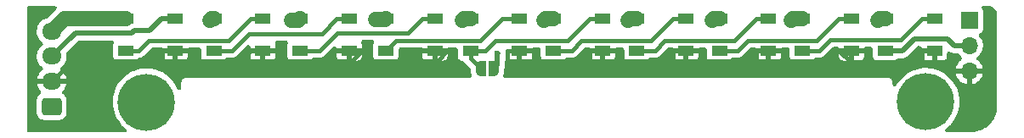
<source format=gbr>
%TF.GenerationSoftware,KiCad,Pcbnew,(6.0.6)*%
%TF.CreationDate,2023-03-10T08:43:37+05:30*%
%TF.ProjectId,ws2812-light,77733238-3132-42d6-9c69-6768742e6b69,rev?*%
%TF.SameCoordinates,Original*%
%TF.FileFunction,Copper,L1,Top*%
%TF.FilePolarity,Positive*%
%FSLAX46Y46*%
G04 Gerber Fmt 4.6, Leading zero omitted, Abs format (unit mm)*
G04 Created by KiCad (PCBNEW (6.0.6)) date 2023-03-10 08:43:37*
%MOMM*%
%LPD*%
G01*
G04 APERTURE LIST*
G04 Aperture macros list*
%AMRoundRect*
0 Rectangle with rounded corners*
0 $1 Rounding radius*
0 $2 $3 $4 $5 $6 $7 $8 $9 X,Y pos of 4 corners*
0 Add a 4 corners polygon primitive as box body*
4,1,4,$2,$3,$4,$5,$6,$7,$8,$9,$2,$3,0*
0 Add four circle primitives for the rounded corners*
1,1,$1+$1,$2,$3*
1,1,$1+$1,$4,$5*
1,1,$1+$1,$6,$7*
1,1,$1+$1,$8,$9*
0 Add four rect primitives between the rounded corners*
20,1,$1+$1,$2,$3,$4,$5,0*
20,1,$1+$1,$4,$5,$6,$7,0*
20,1,$1+$1,$6,$7,$8,$9,0*
20,1,$1+$1,$8,$9,$2,$3,0*%
%AMFreePoly0*
4,1,22,0.500000,-0.750000,0.000000,-0.750000,0.000000,-0.745033,-0.079941,-0.743568,-0.215256,-0.701293,-0.333266,-0.622738,-0.424486,-0.514219,-0.481581,-0.384460,-0.499164,-0.250000,-0.500000,-0.250000,-0.500000,0.250000,-0.499164,0.250000,-0.499963,0.256109,-0.478152,0.396186,-0.417904,0.524511,-0.324060,0.630769,-0.204165,0.706417,-0.067858,0.745374,0.000000,0.744959,0.000000,0.750000,
0.500000,0.750000,0.500000,-0.750000,0.500000,-0.750000,$1*%
%AMFreePoly1*
4,1,20,0.000000,0.744959,0.073905,0.744508,0.209726,0.703889,0.328688,0.626782,0.421226,0.519385,0.479903,0.390333,0.500000,0.250000,0.500000,-0.250000,0.499851,-0.262216,0.476331,-0.402017,0.414519,-0.529596,0.319384,-0.634700,0.198574,-0.708877,0.061801,-0.746166,0.000000,-0.745033,0.000000,-0.750000,-0.500000,-0.750000,-0.500000,0.750000,0.000000,0.750000,0.000000,0.744959,
0.000000,0.744959,$1*%
G04 Aperture macros list end*
%TA.AperFunction,SMDPad,CuDef*%
%ADD10FreePoly0,0.000000*%
%TD*%
%TA.AperFunction,SMDPad,CuDef*%
%ADD11FreePoly1,0.000000*%
%TD*%
%TA.AperFunction,SMDPad,CuDef*%
%ADD12R,1.500000X1.000000*%
%TD*%
%TA.AperFunction,ComponentPad*%
%ADD13C,5.700000*%
%TD*%
%TA.AperFunction,ComponentPad*%
%ADD14R,1.700000X1.700000*%
%TD*%
%TA.AperFunction,ComponentPad*%
%ADD15O,1.700000X1.700000*%
%TD*%
%TA.AperFunction,ComponentPad*%
%ADD16RoundRect,0.250000X0.725000X-0.600000X0.725000X0.600000X-0.725000X0.600000X-0.725000X-0.600000X0*%
%TD*%
%TA.AperFunction,ComponentPad*%
%ADD17O,1.950000X1.700000*%
%TD*%
%TA.AperFunction,ViaPad*%
%ADD18C,0.600000*%
%TD*%
%TA.AperFunction,ViaPad*%
%ADD19C,1.500000*%
%TD*%
%TA.AperFunction,ViaPad*%
%ADD20C,1.300000*%
%TD*%
%TA.AperFunction,ViaPad*%
%ADD21C,1.400000*%
%TD*%
%TA.AperFunction,Conductor*%
%ADD22C,0.400000*%
%TD*%
%TA.AperFunction,Conductor*%
%ADD23C,0.500000*%
%TD*%
%TA.AperFunction,Conductor*%
%ADD24C,1.500000*%
%TD*%
G04 APERTURE END LIST*
D10*
%TO.P,JP1,1,A*%
%TO.N,Net-(D5-Pad2)*%
X120508000Y-116332000D03*
D11*
%TO.P,JP1,2,B*%
%TO.N,DOUT*%
X121808000Y-116332000D03*
%TD*%
D12*
%TO.P,D5,4,DIN*%
%TO.N,Net-(D4-Pad2)*%
X124375000Y-111325000D03*
%TO.P,D5,3,VSS*%
%TO.N,GND*%
X124375000Y-114525000D03*
%TO.P,D5,2,DOUT*%
%TO.N,Net-(D5-Pad2)*%
X119475000Y-114525000D03*
%TO.P,D5,1,VDD*%
%TO.N,+5V*%
X119475000Y-111325000D03*
%TD*%
D13*
%TO.P,H2,1,1*%
%TO.N,unconnected-(H2-Pad1)*%
X164846000Y-119634000D03*
%TD*%
D12*
%TO.P,D3,1,VDD*%
%TO.N,+5V*%
X102500000Y-111325000D03*
%TO.P,D3,2,DOUT*%
%TO.N,Net-(D3-Pad2)*%
X102500000Y-114525000D03*
%TO.P,D3,3,VSS*%
%TO.N,GND*%
X107400000Y-114525000D03*
%TO.P,D3,4,DIN*%
%TO.N,Net-(D2-Pad2)*%
X107400000Y-111325000D03*
%TD*%
%TO.P,D6,1,VDD*%
%TO.N,+5V*%
X127750000Y-111325000D03*
%TO.P,D6,2,DOUT*%
%TO.N,Net-(D6-Pad2)*%
X127750000Y-114525000D03*
%TO.P,D6,3,VSS*%
%TO.N,GND*%
X132650000Y-114525000D03*
%TO.P,D6,4,DIN*%
%TO.N,Net-(D5-Pad2)*%
X132650000Y-111325000D03*
%TD*%
D14*
%TO.P,J2,1,Pin_1*%
%TO.N,+5V*%
X169175000Y-111475000D03*
D15*
%TO.P,J2,2,Pin_2*%
%TO.N,DOUT*%
X169175000Y-114015000D03*
%TO.P,J2,3,Pin_3*%
%TO.N,GND*%
X169175000Y-116555000D03*
%TD*%
D12*
%TO.P,D10,1,VDD*%
%TO.N,+5V*%
X160800000Y-111325000D03*
%TO.P,D10,2,DOUT*%
%TO.N,DOUT*%
X160800000Y-114525000D03*
%TO.P,D10,3,VSS*%
%TO.N,GND*%
X165700000Y-114525000D03*
%TO.P,D10,4,DIN*%
%TO.N,Net-(D10-Pad4)*%
X165700000Y-111325000D03*
%TD*%
D13*
%TO.P,H1,1,1*%
%TO.N,unconnected-(H1-Pad1)*%
X87200000Y-119675000D03*
%TD*%
D16*
%TO.P,J1,1,Pin_1*%
%TO.N,DOUT*%
X77750000Y-120100000D03*
D17*
%TO.P,J1,2,Pin_2*%
%TO.N,GND*%
X77750000Y-117600000D03*
%TO.P,J1,3,Pin_3*%
%TO.N,DIN*%
X77750000Y-115100000D03*
%TO.P,J1,4,Pin_4*%
%TO.N,+5V*%
X77750000Y-112600000D03*
%TD*%
D12*
%TO.P,D2,1,VDD*%
%TO.N,+5V*%
X93900000Y-111325000D03*
%TO.P,D2,2,DOUT*%
%TO.N,Net-(D2-Pad2)*%
X93900000Y-114525000D03*
%TO.P,D2,3,VSS*%
%TO.N,GND*%
X98800000Y-114525000D03*
%TO.P,D2,4,DIN*%
%TO.N,Net-(D1-Pad2)*%
X98800000Y-111325000D03*
%TD*%
%TO.P,D1,1,VDD*%
%TO.N,+5V*%
X85150000Y-111350000D03*
%TO.P,D1,2,DOUT*%
%TO.N,Net-(D1-Pad2)*%
X85150000Y-114550000D03*
%TO.P,D1,3,VSS*%
%TO.N,GND*%
X90050000Y-114550000D03*
%TO.P,D1,4,DIN*%
%TO.N,DIN*%
X90050000Y-111350000D03*
%TD*%
%TO.P,D4,1,VDD*%
%TO.N,+5V*%
X111025000Y-111325000D03*
%TO.P,D4,2,DOUT*%
%TO.N,Net-(D4-Pad2)*%
X111025000Y-114525000D03*
%TO.P,D4,3,VSS*%
%TO.N,GND*%
X115925000Y-114525000D03*
%TO.P,D4,4,DIN*%
%TO.N,Net-(D3-Pad2)*%
X115925000Y-111325000D03*
%TD*%
%TO.P,D7,1,VDD*%
%TO.N,+5V*%
X136050000Y-111325000D03*
%TO.P,D7,2,DOUT*%
%TO.N,Net-(D7-Pad2)*%
X136050000Y-114525000D03*
%TO.P,D7,3,VSS*%
%TO.N,GND*%
X140950000Y-114525000D03*
%TO.P,D7,4,DIN*%
%TO.N,Net-(D6-Pad2)*%
X140950000Y-111325000D03*
%TD*%
%TO.P,D8,1,VDD*%
%TO.N,+5V*%
X144275000Y-111325000D03*
%TO.P,D8,2,DOUT*%
%TO.N,Net-(D8-Pad2)*%
X144275000Y-114525000D03*
%TO.P,D8,3,VSS*%
%TO.N,GND*%
X149175000Y-114525000D03*
%TO.P,D8,4,DIN*%
%TO.N,Net-(D7-Pad2)*%
X149175000Y-111325000D03*
%TD*%
%TO.P,D9,1,VDD*%
%TO.N,+5V*%
X152525000Y-111325000D03*
%TO.P,D9,2,DOUT*%
%TO.N,Net-(D10-Pad4)*%
X152525000Y-114525000D03*
%TO.P,D9,3,VSS*%
%TO.N,GND*%
X157425000Y-114525000D03*
%TO.P,D9,4,DIN*%
%TO.N,Net-(D8-Pad2)*%
X157425000Y-111325000D03*
%TD*%
D18*
%TO.N,GND*%
X123444000Y-116332000D03*
X117856000Y-116078000D03*
%TO.N,DOUT*%
X122174000Y-114808000D03*
D19*
%TO.N,+5V*%
X126777000Y-111475000D03*
X143541000Y-111475000D03*
D20*
X110000000Y-111400000D03*
D19*
X93503000Y-111475000D03*
X160051000Y-111475000D03*
D21*
X101631000Y-111475000D03*
D19*
X135159000Y-111475000D03*
X118649000Y-111475000D03*
X151415000Y-111475000D03*
%TD*%
D22*
%TO.N,Net-(D4-Pad2)*%
X122609000Y-111325000D02*
X124375000Y-111325000D01*
X120409300Y-113524700D02*
X122609000Y-111325000D01*
X112025300Y-113524700D02*
X120409300Y-113524700D01*
X111025000Y-114525000D02*
X112025300Y-113524700D01*
%TO.N,Net-(D5-Pad2)*%
X129200100Y-113524600D02*
X131399700Y-111325000D01*
X131399700Y-111325000D02*
X132650000Y-111325000D01*
X121933400Y-113524600D02*
X129200100Y-113524600D01*
X119475000Y-114525000D02*
X120933000Y-114525000D01*
X120933000Y-114525000D02*
X121933400Y-113524600D01*
%TO.N,GND*%
X123124700Y-116012700D02*
X123444000Y-116332000D01*
X123124700Y-115525300D02*
X123124700Y-116012700D01*
X117856000Y-116078000D02*
X117856000Y-115205700D01*
X117856000Y-115205700D02*
X117175300Y-114525000D01*
D23*
%TO.N,DOUT*%
X122174000Y-115966000D02*
X122174000Y-114825082D01*
X122174000Y-114825082D02*
X122182541Y-114816541D01*
X121808000Y-116332000D02*
X122174000Y-115966000D01*
D22*
%TO.N,Net-(D5-Pad2)*%
X119475000Y-115299000D02*
X120508000Y-116332000D01*
X119475000Y-114525000D02*
X119475000Y-115299000D01*
D24*
%TO.N,+5V*%
X110937700Y-111412300D02*
X110013000Y-111412300D01*
X144275000Y-111325000D02*
X143691000Y-111325000D01*
X152525000Y-111325000D02*
X151565000Y-111325000D01*
X126927000Y-111325000D02*
X126777000Y-111475000D01*
X136050000Y-111325000D02*
X135309000Y-111325000D01*
X119475000Y-111325000D02*
X118799000Y-111325000D01*
X102350700Y-111474300D02*
X101631000Y-111474300D01*
X135309000Y-111325000D02*
X135159000Y-111475000D01*
X77750000Y-112600000D02*
X79000000Y-111350000D01*
X151565000Y-111325000D02*
X151415000Y-111475000D01*
X160800000Y-111325000D02*
X160201000Y-111325000D01*
X102500000Y-111325000D02*
X102350700Y-111474300D01*
X143691000Y-111325000D02*
X143541000Y-111475000D01*
X127750000Y-111325000D02*
X126927000Y-111325000D01*
X118799000Y-111325000D02*
X118649000Y-111475000D01*
X160201000Y-111325000D02*
X160051000Y-111475000D01*
X93900000Y-111325000D02*
X93653000Y-111325000D01*
X79000000Y-111350000D02*
X85150000Y-111350000D01*
X111025000Y-111325000D02*
X110937700Y-111412300D01*
X93653000Y-111325000D02*
X93503000Y-111475000D01*
D22*
%TO.N,Net-(D1-Pad2)*%
X87425700Y-113524600D02*
X86400300Y-114550000D01*
X97549700Y-111325000D02*
X95350100Y-113524600D01*
X85150000Y-114550000D02*
X86400300Y-114550000D01*
X95350100Y-113524600D02*
X87425700Y-113524600D01*
X98800000Y-111325000D02*
X97549700Y-111325000D01*
%TO.N,GND*%
X140950000Y-114525000D02*
X139699700Y-114525000D01*
X88774800Y-115550300D02*
X79799700Y-115550300D01*
X157331100Y-115681400D02*
X164449700Y-115681400D01*
X139699700Y-115525300D02*
X139699700Y-114525000D01*
X123124700Y-115525300D02*
X123124700Y-114525000D01*
X155174400Y-115525300D02*
X156174700Y-114525000D01*
X98800000Y-114525000D02*
X97549700Y-114525000D01*
X156174700Y-114525000D02*
X157331100Y-115681400D01*
X88799700Y-115525400D02*
X88774800Y-115550300D01*
X147924700Y-115525300D02*
X147924700Y-114525000D01*
X79799700Y-115550300D02*
X77750000Y-117600000D01*
X109650600Y-115525300D02*
X116175000Y-115525300D01*
X115925000Y-114525000D02*
X117175300Y-114525000D01*
X107649900Y-115525400D02*
X108650300Y-114525000D01*
X97549700Y-114525000D02*
X96549300Y-115525400D01*
X96549300Y-115525400D02*
X107649900Y-115525400D01*
X147924700Y-115525300D02*
X155174400Y-115525300D01*
X164449700Y-114525000D02*
X164449700Y-115681400D01*
X165700000Y-114525000D02*
X164449700Y-114525000D01*
X124375000Y-114525000D02*
X123124700Y-114525000D01*
X108650300Y-114525000D02*
X109650600Y-115525300D01*
X164449700Y-115681400D02*
X166951100Y-115681400D01*
X123124700Y-115525300D02*
X131399700Y-115525300D01*
X88799700Y-115525400D02*
X96549300Y-115525400D01*
X90050000Y-114550000D02*
X88799700Y-114550000D01*
X139699700Y-115525300D02*
X147924700Y-115525300D01*
X132650000Y-114525000D02*
X131399700Y-114525000D01*
X166951100Y-115681400D02*
X167824700Y-116555000D01*
X149175000Y-114525000D02*
X147924700Y-114525000D01*
X131399700Y-115525300D02*
X139699700Y-115525300D01*
X88799700Y-114550000D02*
X88799700Y-115525400D01*
X116175000Y-115525300D02*
X117175300Y-114525000D01*
X131399700Y-115525300D02*
X131399700Y-114525000D01*
X107400000Y-114525000D02*
X108650300Y-114525000D01*
X157425000Y-114525000D02*
X156174700Y-114525000D01*
X169175000Y-116555000D02*
X167824700Y-116555000D01*
D23*
%TO.N,DIN*%
X90050000Y-111350000D02*
X88649700Y-111350000D01*
X77750000Y-115100000D02*
X80099700Y-112750300D01*
X85730100Y-112750300D02*
X85980100Y-112500300D01*
X87499400Y-112500300D02*
X88649700Y-111350000D01*
X85980100Y-112500300D02*
X87499400Y-112500300D01*
X80099700Y-112750300D02*
X85730100Y-112750300D01*
D22*
%TO.N,Net-(D2-Pad2)*%
X97397700Y-112824300D02*
X95697000Y-114525000D01*
X106149700Y-111325000D02*
X104650400Y-112824300D01*
X95697000Y-114525000D02*
X93900000Y-114525000D01*
X104650400Y-112824300D02*
X97397700Y-112824300D01*
X107400000Y-111325000D02*
X106149700Y-111325000D01*
%TO.N,Net-(D3-Pad2)*%
X102500000Y-114525000D02*
X104439400Y-114525000D01*
X115925000Y-111325000D02*
X114674700Y-111325000D01*
X104439400Y-114525000D02*
X106202100Y-112762300D01*
X106202100Y-112762300D02*
X113237400Y-112762300D01*
X113237400Y-112762300D02*
X114674700Y-111325000D01*
%TO.N,Net-(D6-Pad2)*%
X130547400Y-113524600D02*
X137500100Y-113524600D01*
X127750000Y-114525000D02*
X129547000Y-114525000D01*
X137500100Y-113524600D02*
X139699700Y-111325000D01*
X129547000Y-114525000D02*
X130547400Y-113524600D01*
X140950000Y-111325000D02*
X139699700Y-111325000D01*
%TO.N,Net-(D7-Pad2)*%
X138847400Y-113524600D02*
X145725100Y-113524600D01*
X137847000Y-114525000D02*
X138847400Y-113524600D01*
X145725100Y-113524600D02*
X147924700Y-111325000D01*
X136050000Y-114525000D02*
X137847000Y-114525000D01*
X149175000Y-111325000D02*
X147924700Y-111325000D01*
%TO.N,Net-(D8-Pad2)*%
X153975100Y-113524600D02*
X156174700Y-111325000D01*
X157425000Y-111325000D02*
X156174700Y-111325000D01*
X147072400Y-113524600D02*
X153975100Y-113524600D01*
X144275000Y-114525000D02*
X146072000Y-114525000D01*
X146072000Y-114525000D02*
X147072400Y-113524600D01*
%TO.N,Net-(D10-Pad4)*%
X154222000Y-114525000D02*
X152525000Y-114525000D01*
X162350100Y-113424600D02*
X155322400Y-113424600D01*
X155322400Y-113424600D02*
X154222000Y-114525000D01*
X164449700Y-111325000D02*
X162350100Y-113424600D01*
X165700000Y-111325000D02*
X164449700Y-111325000D01*
D23*
%TO.N,DOUT*%
X166985500Y-113325800D02*
X167674700Y-114015000D01*
X160800000Y-114525000D02*
X162482300Y-114525000D01*
X169175000Y-114015000D02*
X167674700Y-114015000D01*
X162482300Y-114525000D02*
X163681500Y-113325800D01*
X163681500Y-113325800D02*
X166985500Y-113325800D01*
%TD*%
%TA.AperFunction,Conductor*%
%TO.N,GND*%
G36*
X78143831Y-110053207D02*
G01*
X78213072Y-110108426D01*
X78251499Y-110188218D01*
X78251499Y-110276782D01*
X78213072Y-110356574D01*
X78187516Y-110383145D01*
X78181551Y-110388294D01*
X78174346Y-110393471D01*
X78168175Y-110399839D01*
X78100345Y-110469834D01*
X78098152Y-110472061D01*
X77323986Y-111246227D01*
X77248998Y-111293346D01*
X77233268Y-111298130D01*
X77172128Y-111313999D01*
X77164447Y-111317459D01*
X76995757Y-111393448D01*
X76961925Y-111408688D01*
X76954932Y-111413396D01*
X76777673Y-111532733D01*
X76777668Y-111532737D01*
X76770681Y-111537441D01*
X76603865Y-111696576D01*
X76598831Y-111703342D01*
X76472502Y-111873134D01*
X76466246Y-111881542D01*
X76462425Y-111889058D01*
X76462424Y-111889059D01*
X76426195Y-111960316D01*
X76361760Y-112087051D01*
X76339348Y-112159228D01*
X76298087Y-112292111D01*
X76293393Y-112307227D01*
X76263102Y-112535774D01*
X76263418Y-112544192D01*
X76263418Y-112544193D01*
X76264335Y-112568617D01*
X76271751Y-112766158D01*
X76319093Y-112991791D01*
X76403776Y-113206221D01*
X76408148Y-113213425D01*
X76408150Y-113213430D01*
X76492780Y-113352895D01*
X76523377Y-113403317D01*
X76528908Y-113409691D01*
X76666462Y-113568208D01*
X76674477Y-113577445D01*
X76693343Y-113592914D01*
X76819088Y-113696019D01*
X76873361Y-113766005D01*
X76891893Y-113852607D01*
X76871014Y-113938674D01*
X76814860Y-114007159D01*
X76804044Y-114014980D01*
X76777675Y-114032732D01*
X76777672Y-114032734D01*
X76770681Y-114037441D01*
X76603865Y-114196576D01*
X76598831Y-114203342D01*
X76520944Y-114308026D01*
X76466246Y-114381542D01*
X76361760Y-114587051D01*
X76359260Y-114595103D01*
X76301086Y-114782453D01*
X76293393Y-114807227D01*
X76263102Y-115035774D01*
X76263418Y-115044192D01*
X76263418Y-115044193D01*
X76264302Y-115067744D01*
X76271751Y-115266158D01*
X76319093Y-115491791D01*
X76348722Y-115566816D01*
X76386433Y-115662305D01*
X76403776Y-115706221D01*
X76408148Y-115713425D01*
X76408150Y-115713430D01*
X76469691Y-115814846D01*
X76523377Y-115903317D01*
X76528908Y-115909691D01*
X76649999Y-116049236D01*
X76674477Y-116077445D01*
X76815569Y-116193133D01*
X76819491Y-116196349D01*
X76873763Y-116266334D01*
X76892296Y-116352937D01*
X76871417Y-116439004D01*
X76815263Y-116507489D01*
X76804451Y-116515308D01*
X76777981Y-116533129D01*
X76764901Y-116543645D01*
X76610341Y-116691090D01*
X76599207Y-116703675D01*
X76471701Y-116875050D01*
X76462857Y-116889313D01*
X76366041Y-117079734D01*
X76359728Y-117095282D01*
X76296382Y-117299289D01*
X76292777Y-117315684D01*
X76291705Y-117323774D01*
X76293504Y-117343146D01*
X76294575Y-117343849D01*
X76306527Y-117346000D01*
X79186884Y-117346000D01*
X79204735Y-117341926D01*
X79204885Y-117324924D01*
X79182157Y-117216601D01*
X79177330Y-117200513D01*
X79098873Y-117001847D01*
X79091400Y-116986792D01*
X78980593Y-116804189D01*
X78970691Y-116790609D01*
X78830695Y-116629279D01*
X78818655Y-116617571D01*
X78680479Y-116504273D01*
X78626206Y-116434287D01*
X78607674Y-116347685D01*
X78628553Y-116261618D01*
X78684707Y-116193133D01*
X78695521Y-116185313D01*
X78722327Y-116167266D01*
X78729319Y-116162559D01*
X78756282Y-116136838D01*
X78890033Y-116009245D01*
X78896135Y-116003424D01*
X79033754Y-115818458D01*
X79138240Y-115612949D01*
X79173426Y-115499632D01*
X79204108Y-115400822D01*
X79204109Y-115400819D01*
X79206607Y-115392773D01*
X79236898Y-115164226D01*
X79236282Y-115147804D01*
X79233019Y-115060911D01*
X79228249Y-114933842D01*
X79208846Y-114841367D01*
X79210403Y-114752819D01*
X79250226Y-114673714D01*
X79262891Y-114659790D01*
X80355595Y-113567086D01*
X80430583Y-113519967D01*
X80496309Y-113508800D01*
X83777086Y-113508800D01*
X83863429Y-113528507D01*
X83932670Y-113583726D01*
X83971097Y-113663518D01*
X83971097Y-113752082D01*
X83954002Y-113797135D01*
X83949385Y-113803295D01*
X83898255Y-113939684D01*
X83891500Y-114001866D01*
X83891500Y-115098134D01*
X83898255Y-115160316D01*
X83949385Y-115296705D01*
X84036739Y-115413261D01*
X84153295Y-115500615D01*
X84289684Y-115551745D01*
X84327760Y-115555881D01*
X84346506Y-115557918D01*
X84346511Y-115557918D01*
X84351866Y-115558500D01*
X85948134Y-115558500D01*
X85953489Y-115557918D01*
X85953494Y-115557918D01*
X85972240Y-115555881D01*
X86010316Y-115551745D01*
X86146705Y-115500615D01*
X86263261Y-115413261D01*
X86319505Y-115338216D01*
X86387055Y-115280943D01*
X86444533Y-115261524D01*
X86498705Y-115252070D01*
X86509010Y-115250548D01*
X86570542Y-115243102D01*
X86581773Y-115238858D01*
X86588336Y-115237246D01*
X86594760Y-115235306D01*
X86606584Y-115233243D01*
X86663348Y-115208325D01*
X86672972Y-115204398D01*
X86719732Y-115186729D01*
X86719738Y-115186726D01*
X86730956Y-115182487D01*
X86740842Y-115175693D01*
X86746816Y-115172570D01*
X86752619Y-115169138D01*
X86763605Y-115164315D01*
X86796185Y-115139315D01*
X86812779Y-115126582D01*
X86821208Y-115120458D01*
X86835253Y-115110805D01*
X86861602Y-115092696D01*
X88792001Y-115092696D01*
X88792584Y-115103453D01*
X88797400Y-115147799D01*
X88803128Y-115171890D01*
X88844853Y-115283191D01*
X88858328Y-115307804D01*
X88928595Y-115401561D01*
X88948439Y-115421405D01*
X89042196Y-115491672D01*
X89066809Y-115505147D01*
X89178113Y-115546873D01*
X89202196Y-115552599D01*
X89246551Y-115557418D01*
X89257301Y-115558000D01*
X89773577Y-115558000D01*
X89792547Y-115553670D01*
X89796000Y-115546500D01*
X89796000Y-115535576D01*
X90304000Y-115535576D01*
X90308330Y-115554546D01*
X90315500Y-115557999D01*
X90842696Y-115557999D01*
X90853453Y-115557416D01*
X90897799Y-115552600D01*
X90921890Y-115546872D01*
X91033191Y-115505147D01*
X91057804Y-115491672D01*
X91151561Y-115421405D01*
X91171405Y-115401561D01*
X91241672Y-115307804D01*
X91255147Y-115283191D01*
X91296873Y-115171887D01*
X91302599Y-115147804D01*
X91307418Y-115103449D01*
X91308000Y-115092699D01*
X91308000Y-114826423D01*
X91303670Y-114807453D01*
X91296500Y-114804000D01*
X90326423Y-114804000D01*
X90307453Y-114808330D01*
X90304000Y-114815500D01*
X90304000Y-115535576D01*
X89796000Y-115535576D01*
X89796000Y-114826423D01*
X89791670Y-114807453D01*
X89784500Y-114804000D01*
X88814424Y-114804000D01*
X88795454Y-114808330D01*
X88792001Y-114815500D01*
X88792001Y-115092696D01*
X86861602Y-115092696D01*
X86872281Y-115085357D01*
X86912338Y-115040398D01*
X86920205Y-115032065D01*
X87660884Y-114291386D01*
X87735872Y-114244267D01*
X87801598Y-114233100D01*
X88652388Y-114233100D01*
X88738731Y-114252807D01*
X88776723Y-114283105D01*
X88803500Y-114296000D01*
X91285576Y-114296000D01*
X91305778Y-114291389D01*
X91324427Y-114276517D01*
X91404219Y-114238090D01*
X91448503Y-114233100D01*
X92442500Y-114233100D01*
X92528843Y-114252807D01*
X92598084Y-114308026D01*
X92636511Y-114387818D01*
X92641500Y-114432100D01*
X92641500Y-115073134D01*
X92648255Y-115135316D01*
X92699385Y-115271705D01*
X92786739Y-115388261D01*
X92903295Y-115475615D01*
X93039684Y-115526745D01*
X93077760Y-115530881D01*
X93096506Y-115532918D01*
X93096511Y-115532918D01*
X93101866Y-115533500D01*
X94698134Y-115533500D01*
X94703489Y-115532918D01*
X94703494Y-115532918D01*
X94722240Y-115530881D01*
X94760316Y-115526745D01*
X94896705Y-115475615D01*
X95013261Y-115388261D01*
X95048020Y-115341883D01*
X95069550Y-115313155D01*
X95137102Y-115255882D01*
X95228791Y-115233500D01*
X95665602Y-115233500D01*
X95679136Y-115233961D01*
X95697414Y-115235207D01*
X95734352Y-115237725D01*
X95795404Y-115227070D01*
X95805710Y-115225548D01*
X95867242Y-115218102D01*
X95878473Y-115213858D01*
X95885036Y-115212246D01*
X95891460Y-115210306D01*
X95903284Y-115208243D01*
X95960048Y-115183325D01*
X95969672Y-115179398D01*
X96016432Y-115161729D01*
X96016438Y-115161726D01*
X96027656Y-115157487D01*
X96037542Y-115150693D01*
X96043516Y-115147570D01*
X96049319Y-115144138D01*
X96060305Y-115139315D01*
X96106987Y-115103494D01*
X96109479Y-115101582D01*
X96117908Y-115095458D01*
X96132605Y-115085357D01*
X96158302Y-115067696D01*
X97542001Y-115067696D01*
X97542584Y-115078453D01*
X97547400Y-115122799D01*
X97553128Y-115146890D01*
X97594853Y-115258191D01*
X97608328Y-115282804D01*
X97678595Y-115376561D01*
X97698439Y-115396405D01*
X97792196Y-115466672D01*
X97816809Y-115480147D01*
X97928113Y-115521873D01*
X97952196Y-115527599D01*
X97996551Y-115532418D01*
X98007301Y-115533000D01*
X98523577Y-115533000D01*
X98542547Y-115528670D01*
X98546000Y-115521500D01*
X98546000Y-115510576D01*
X99054000Y-115510576D01*
X99058330Y-115529546D01*
X99065500Y-115532999D01*
X99592696Y-115532999D01*
X99603453Y-115532416D01*
X99647799Y-115527600D01*
X99671890Y-115521872D01*
X99783191Y-115480147D01*
X99807804Y-115466672D01*
X99901561Y-115396405D01*
X99921405Y-115376561D01*
X99991672Y-115282804D01*
X100005147Y-115258191D01*
X100046873Y-115146887D01*
X100052599Y-115122804D01*
X100057418Y-115078449D01*
X100058000Y-115067699D01*
X100058000Y-114801423D01*
X100053670Y-114782453D01*
X100046500Y-114779000D01*
X99076423Y-114779000D01*
X99057453Y-114783330D01*
X99054000Y-114790500D01*
X99054000Y-115510576D01*
X98546000Y-115510576D01*
X98546000Y-114801423D01*
X98541670Y-114782453D01*
X98534500Y-114779000D01*
X97564424Y-114779000D01*
X97545454Y-114783330D01*
X97542001Y-114790500D01*
X97542001Y-115067696D01*
X96158302Y-115067696D01*
X96168981Y-115060357D01*
X96209038Y-115015398D01*
X96216905Y-115007065D01*
X97202286Y-114021684D01*
X97277274Y-113974565D01*
X97365281Y-113964649D01*
X97448874Y-113993900D01*
X97511498Y-114056524D01*
X97540749Y-114140117D01*
X97542000Y-114162398D01*
X97542000Y-114248577D01*
X97546330Y-114267547D01*
X97553500Y-114271000D01*
X100035576Y-114271000D01*
X100054546Y-114266670D01*
X100057999Y-114259500D01*
X100057999Y-113982304D01*
X100057416Y-113971547D01*
X100052600Y-113927201D01*
X100046870Y-113903103D01*
X100008839Y-113801655D01*
X99996983Y-113713889D01*
X100024381Y-113629670D01*
X100085608Y-113565680D01*
X100168535Y-113534591D01*
X100195175Y-113532800D01*
X101104291Y-113532800D01*
X101190634Y-113552507D01*
X101259875Y-113607726D01*
X101298302Y-113687518D01*
X101298302Y-113776082D01*
X101290627Y-113801655D01*
X101252635Y-113902997D01*
X101252633Y-113903006D01*
X101248255Y-113914684D01*
X101241500Y-113976866D01*
X101241500Y-115073134D01*
X101248255Y-115135316D01*
X101299385Y-115271705D01*
X101386739Y-115388261D01*
X101503295Y-115475615D01*
X101639684Y-115526745D01*
X101677760Y-115530881D01*
X101696506Y-115532918D01*
X101696511Y-115532918D01*
X101701866Y-115533500D01*
X103298134Y-115533500D01*
X103303489Y-115532918D01*
X103303494Y-115532918D01*
X103322240Y-115530881D01*
X103360316Y-115526745D01*
X103496705Y-115475615D01*
X103613261Y-115388261D01*
X103648020Y-115341883D01*
X103669550Y-115313155D01*
X103737102Y-115255882D01*
X103828791Y-115233500D01*
X104408002Y-115233500D01*
X104421536Y-115233961D01*
X104439814Y-115235207D01*
X104476752Y-115237725D01*
X104537804Y-115227070D01*
X104548110Y-115225548D01*
X104609642Y-115218102D01*
X104620873Y-115213858D01*
X104627436Y-115212246D01*
X104633860Y-115210306D01*
X104645684Y-115208243D01*
X104702448Y-115183325D01*
X104712072Y-115179398D01*
X104758832Y-115161729D01*
X104758838Y-115161726D01*
X104770056Y-115157487D01*
X104779942Y-115150693D01*
X104785916Y-115147570D01*
X104791719Y-115144138D01*
X104802705Y-115139315D01*
X104849387Y-115103494D01*
X104851879Y-115101582D01*
X104860308Y-115095458D01*
X104875005Y-115085357D01*
X104900702Y-115067696D01*
X106142001Y-115067696D01*
X106142584Y-115078453D01*
X106147400Y-115122799D01*
X106153128Y-115146890D01*
X106194853Y-115258191D01*
X106208328Y-115282804D01*
X106278595Y-115376561D01*
X106298439Y-115396405D01*
X106392196Y-115466672D01*
X106416809Y-115480147D01*
X106528113Y-115521873D01*
X106552196Y-115527599D01*
X106596551Y-115532418D01*
X106607301Y-115533000D01*
X107123577Y-115533000D01*
X107142547Y-115528670D01*
X107146000Y-115521500D01*
X107146000Y-115510576D01*
X107654000Y-115510576D01*
X107658330Y-115529546D01*
X107665500Y-115532999D01*
X108192696Y-115532999D01*
X108203453Y-115532416D01*
X108247799Y-115527600D01*
X108271890Y-115521872D01*
X108383191Y-115480147D01*
X108407804Y-115466672D01*
X108501561Y-115396405D01*
X108521405Y-115376561D01*
X108591672Y-115282804D01*
X108605147Y-115258191D01*
X108646873Y-115146887D01*
X108652599Y-115122804D01*
X108657418Y-115078449D01*
X108658000Y-115067699D01*
X108658000Y-114801423D01*
X108653670Y-114782453D01*
X108646500Y-114779000D01*
X107676423Y-114779000D01*
X107657453Y-114783330D01*
X107654000Y-114790500D01*
X107654000Y-115510576D01*
X107146000Y-115510576D01*
X107146000Y-114801423D01*
X107141670Y-114782453D01*
X107134500Y-114779000D01*
X106164424Y-114779000D01*
X106145454Y-114783330D01*
X106142001Y-114790500D01*
X106142001Y-115067696D01*
X104900702Y-115067696D01*
X104911381Y-115060357D01*
X104951438Y-115015398D01*
X104959305Y-115007065D01*
X105808567Y-114157804D01*
X105883556Y-114110685D01*
X105971562Y-114100769D01*
X106055155Y-114130020D01*
X106117779Y-114192644D01*
X106143292Y-114254238D01*
X106146330Y-114267547D01*
X106153500Y-114271000D01*
X108635576Y-114271000D01*
X108654546Y-114266670D01*
X108657999Y-114259500D01*
X108657999Y-113982304D01*
X108657416Y-113971547D01*
X108652600Y-113927201D01*
X108646872Y-113903110D01*
X108605148Y-113791811D01*
X108590669Y-113765365D01*
X108566491Y-113680166D01*
X108581674Y-113592914D01*
X108633211Y-113520890D01*
X108710893Y-113478359D01*
X108765221Y-113470800D01*
X109659204Y-113470800D01*
X109745547Y-113490507D01*
X109814788Y-113545726D01*
X109853215Y-113625518D01*
X109853215Y-113714082D01*
X109833754Y-113765369D01*
X109832890Y-113766946D01*
X109824385Y-113778295D01*
X109773255Y-113914684D01*
X109766500Y-113976866D01*
X109766500Y-115073134D01*
X109773255Y-115135316D01*
X109824385Y-115271705D01*
X109911739Y-115388261D01*
X110028295Y-115475615D01*
X110164684Y-115526745D01*
X110202760Y-115530881D01*
X110221506Y-115532918D01*
X110221511Y-115532918D01*
X110226866Y-115533500D01*
X111823134Y-115533500D01*
X111828489Y-115532918D01*
X111828494Y-115532918D01*
X111847240Y-115530881D01*
X111885316Y-115526745D01*
X112021705Y-115475615D01*
X112138261Y-115388261D01*
X112225615Y-115271705D01*
X112276745Y-115135316D01*
X112283500Y-115073134D01*
X112283500Y-115067696D01*
X114667001Y-115067696D01*
X114667584Y-115078453D01*
X114672400Y-115122799D01*
X114678128Y-115146890D01*
X114719853Y-115258191D01*
X114733328Y-115282804D01*
X114803595Y-115376561D01*
X114823439Y-115396405D01*
X114917196Y-115466672D01*
X114941809Y-115480147D01*
X115053113Y-115521873D01*
X115077196Y-115527599D01*
X115121551Y-115532418D01*
X115132301Y-115533000D01*
X115648577Y-115533000D01*
X115667547Y-115528670D01*
X115671000Y-115521500D01*
X115671000Y-115510576D01*
X116179000Y-115510576D01*
X116183330Y-115529546D01*
X116190500Y-115532999D01*
X116717696Y-115532999D01*
X116728453Y-115532416D01*
X116772799Y-115527600D01*
X116796890Y-115521872D01*
X116908191Y-115480147D01*
X116932804Y-115466672D01*
X117026561Y-115396405D01*
X117046405Y-115376561D01*
X117116672Y-115282804D01*
X117130147Y-115258191D01*
X117171873Y-115146887D01*
X117177599Y-115122804D01*
X117182418Y-115078449D01*
X117183000Y-115067699D01*
X117183000Y-114801423D01*
X117178670Y-114782453D01*
X117171500Y-114779000D01*
X116201423Y-114779000D01*
X116182453Y-114783330D01*
X116179000Y-114790500D01*
X116179000Y-115510576D01*
X115671000Y-115510576D01*
X115671000Y-114801423D01*
X115666670Y-114782453D01*
X115659500Y-114779000D01*
X114689424Y-114779000D01*
X114670454Y-114783330D01*
X114667001Y-114790500D01*
X114667001Y-115067696D01*
X112283500Y-115067696D01*
X112283500Y-114432200D01*
X112303207Y-114345857D01*
X112358426Y-114276616D01*
X112438218Y-114238189D01*
X112482500Y-114233200D01*
X114554587Y-114233200D01*
X114640932Y-114252908D01*
X114678499Y-114271000D01*
X117160576Y-114271000D01*
X117196770Y-114262739D01*
X117247744Y-114238190D01*
X117292029Y-114233200D01*
X118017500Y-114233200D01*
X118103843Y-114252907D01*
X118173084Y-114308126D01*
X118211511Y-114387918D01*
X118216500Y-114432200D01*
X118216500Y-115073134D01*
X118223255Y-115135316D01*
X118274385Y-115271705D01*
X118361739Y-115388261D01*
X118478295Y-115475615D01*
X118614684Y-115526745D01*
X118654847Y-115531108D01*
X118671507Y-115532918D01*
X118671510Y-115532918D01*
X118676866Y-115533500D01*
X118682256Y-115533500D01*
X118684010Y-115533595D01*
X118769161Y-115557943D01*
X118835315Y-115616825D01*
X118841430Y-115626790D01*
X118842513Y-115629656D01*
X118848825Y-115638841D01*
X118849599Y-115640102D01*
X118852425Y-115645508D01*
X118855863Y-115651320D01*
X118860685Y-115662305D01*
X118867988Y-115671822D01*
X118898418Y-115711479D01*
X118904542Y-115719908D01*
X118939643Y-115770981D01*
X118948601Y-115778962D01*
X118984602Y-115811038D01*
X118992935Y-115818905D01*
X119435985Y-116261955D01*
X119483104Y-116336943D01*
X119494271Y-116402669D01*
X119494271Y-116543047D01*
X119494216Y-116543047D01*
X119494666Y-116547275D01*
X119493590Y-116635354D01*
X119493590Y-116635361D01*
X119493504Y-116642438D01*
X119512074Y-116784452D01*
X119551245Y-116924748D01*
X119554096Y-116931227D01*
X119554098Y-116931233D01*
X119567791Y-116962352D01*
X119584528Y-117049319D01*
X119561874Y-117134936D01*
X119504315Y-117202245D01*
X119423252Y-117237914D01*
X119385645Y-117241500D01*
X91194741Y-117241500D01*
X91193525Y-117241496D01*
X91116279Y-117241024D01*
X91102652Y-117244919D01*
X91102650Y-117244919D01*
X91092630Y-117247783D01*
X91066155Y-117253434D01*
X91055847Y-117254910D01*
X91055846Y-117254910D01*
X91041813Y-117256920D01*
X91028909Y-117262787D01*
X91023373Y-117265304D01*
X90995696Y-117275487D01*
X90989859Y-117277155D01*
X90989857Y-117277156D01*
X90976229Y-117281051D01*
X90964241Y-117288615D01*
X90964239Y-117288616D01*
X90955432Y-117294173D01*
X90931605Y-117307029D01*
X90909218Y-117317208D01*
X90898478Y-117326463D01*
X90898477Y-117326463D01*
X90893879Y-117330425D01*
X90870168Y-117347970D01*
X90865033Y-117351210D01*
X90865031Y-117351212D01*
X90853042Y-117358776D01*
X90843657Y-117369402D01*
X90843655Y-117369404D01*
X90836754Y-117377217D01*
X90817505Y-117396232D01*
X90798873Y-117412287D01*
X90788019Y-117429033D01*
X90787859Y-117429280D01*
X90770027Y-117452772D01*
X90756622Y-117467951D01*
X90750596Y-117480785D01*
X90750593Y-117480790D01*
X90746169Y-117490213D01*
X90733030Y-117513868D01*
X90719648Y-117534515D01*
X90715586Y-117548098D01*
X90713846Y-117553917D01*
X90703326Y-117581469D01*
X90694719Y-117599800D01*
X90690934Y-117624107D01*
X90684962Y-117650498D01*
X90677914Y-117674066D01*
X90677827Y-117688238D01*
X90677827Y-117688241D01*
X90677701Y-117708954D01*
X90677693Y-117709147D01*
X90677500Y-117710386D01*
X90677500Y-117741259D01*
X90677496Y-117742474D01*
X90677024Y-117819721D01*
X90677450Y-117821210D01*
X90677500Y-117821950D01*
X90677500Y-118292026D01*
X90657793Y-118378369D01*
X90602574Y-118447610D01*
X90522782Y-118486037D01*
X90434218Y-118486037D01*
X90354426Y-118447610D01*
X90299207Y-118378369D01*
X90293603Y-118365606D01*
X90255240Y-118269204D01*
X90255240Y-118269203D01*
X90253249Y-118264201D01*
X90250231Y-118258500D01*
X90085545Y-117947464D01*
X90083025Y-117942704D01*
X90051683Y-117896411D01*
X89882090Y-117645924D01*
X89882089Y-117645923D01*
X89879075Y-117641471D01*
X89643785Y-117364027D01*
X89639881Y-117360322D01*
X89639876Y-117360317D01*
X89430695Y-117161812D01*
X89379908Y-117113617D01*
X89090530Y-116893170D01*
X88988171Y-116831423D01*
X88783650Y-116708048D01*
X88783645Y-116708045D01*
X88779036Y-116705265D01*
X88449071Y-116552100D01*
X88443969Y-116550373D01*
X88109594Y-116437193D01*
X88109590Y-116437192D01*
X88104494Y-116435467D01*
X88099242Y-116434303D01*
X88099236Y-116434301D01*
X87969392Y-116405516D01*
X87749336Y-116356731D01*
X87521018Y-116331524D01*
X87393097Y-116317401D01*
X87393095Y-116317401D01*
X87387752Y-116316811D01*
X87209060Y-116316499D01*
X87029353Y-116316185D01*
X87029346Y-116316185D01*
X87023972Y-116316176D01*
X87018623Y-116316748D01*
X87018616Y-116316748D01*
X86667601Y-116354261D01*
X86667598Y-116354261D01*
X86662250Y-116354833D01*
X86656997Y-116355978D01*
X86656993Y-116355979D01*
X86312089Y-116431181D01*
X86312086Y-116431182D01*
X86306820Y-116432330D01*
X86301710Y-116434040D01*
X86301702Y-116434042D01*
X86064622Y-116513368D01*
X85961838Y-116547759D01*
X85956947Y-116550009D01*
X85956941Y-116550011D01*
X85810056Y-116617571D01*
X85631340Y-116699771D01*
X85319192Y-116886588D01*
X85314904Y-116889831D01*
X85314898Y-116889835D01*
X85033336Y-117102778D01*
X85033330Y-117102783D01*
X85029046Y-117106023D01*
X84860021Y-117265304D01*
X84776709Y-117343814D01*
X84764296Y-117355511D01*
X84760796Y-117359609D01*
X84760795Y-117359610D01*
X84559264Y-117595573D01*
X84528040Y-117632132D01*
X84525015Y-117636566D01*
X84525010Y-117636573D01*
X84326074Y-117928203D01*
X84323040Y-117932651D01*
X84320503Y-117937402D01*
X84320502Y-117937404D01*
X84302905Y-117970360D01*
X84151694Y-118253552D01*
X84149691Y-118258535D01*
X84149689Y-118258539D01*
X84128726Y-118310687D01*
X84016009Y-118591081D01*
X84014554Y-118596256D01*
X84014553Y-118596260D01*
X83925872Y-118911752D01*
X83917569Y-118941290D01*
X83916683Y-118946587D01*
X83916681Y-118946594D01*
X83903277Y-119026697D01*
X83857528Y-119300082D01*
X83836587Y-119663259D01*
X83850809Y-119943995D01*
X83854689Y-120020583D01*
X83854992Y-120026574D01*
X83912527Y-120385777D01*
X83913949Y-120390975D01*
X84006430Y-120729027D01*
X84008519Y-120736664D01*
X84010494Y-120741677D01*
X84010494Y-120741678D01*
X84125695Y-121034133D01*
X84141845Y-121075133D01*
X84144344Y-121079893D01*
X84144345Y-121079895D01*
X84308265Y-121392115D01*
X84310946Y-121397222D01*
X84344749Y-121447526D01*
X84510836Y-121694691D01*
X84510842Y-121694698D01*
X84513843Y-121699165D01*
X84517313Y-121703286D01*
X84517317Y-121703291D01*
X84744699Y-121973315D01*
X84744704Y-121973320D01*
X84748163Y-121977428D01*
X84752043Y-121981136D01*
X84752046Y-121981139D01*
X84834768Y-122060190D01*
X85011165Y-122228758D01*
X85015440Y-122232038D01*
X85149130Y-122334623D01*
X85205633Y-122402820D01*
X85226951Y-122488780D01*
X85208862Y-122575476D01*
X85154948Y-122645738D01*
X85075887Y-122685649D01*
X85027986Y-122691500D01*
X75542220Y-122691500D01*
X75518746Y-122690111D01*
X75487666Y-122686419D01*
X75483467Y-122687124D01*
X75402871Y-122670754D01*
X75332323Y-122617215D01*
X75291991Y-122538369D01*
X75288153Y-122492227D01*
X75286985Y-122492297D01*
X75283856Y-122440046D01*
X75283500Y-122428150D01*
X75283500Y-120750400D01*
X76266500Y-120750400D01*
X76277474Y-120856166D01*
X76333450Y-121023946D01*
X76426522Y-121174348D01*
X76551697Y-121299305D01*
X76702262Y-121392115D01*
X76713232Y-121395753D01*
X76713235Y-121395755D01*
X76859830Y-121444378D01*
X76859833Y-121444379D01*
X76870139Y-121447797D01*
X76880939Y-121448904D01*
X76880941Y-121448904D01*
X76969550Y-121457983D01*
X76969558Y-121457983D01*
X76974600Y-121458500D01*
X78525400Y-121458500D01*
X78578133Y-121453029D01*
X78620336Y-121448650D01*
X78620339Y-121448649D01*
X78631166Y-121447526D01*
X78700962Y-121424240D01*
X78787977Y-121395210D01*
X78787980Y-121395208D01*
X78798946Y-121391550D01*
X78949348Y-121298478D01*
X79074305Y-121173303D01*
X79140399Y-121066080D01*
X79161049Y-121032579D01*
X79161049Y-121032578D01*
X79167115Y-121022738D01*
X79222797Y-120854861D01*
X79233500Y-120750400D01*
X79233500Y-119449600D01*
X79222526Y-119343834D01*
X79166550Y-119176054D01*
X79073478Y-119025652D01*
X78948303Y-118900695D01*
X78884260Y-118861218D01*
X78882768Y-118860298D01*
X78819608Y-118798215D01*
X78789640Y-118714876D01*
X78798799Y-118626787D01*
X78849830Y-118546906D01*
X78889654Y-118508916D01*
X78900793Y-118496325D01*
X79028299Y-118324950D01*
X79037143Y-118310687D01*
X79133959Y-118120266D01*
X79140272Y-118104718D01*
X79203618Y-117900711D01*
X79207223Y-117884316D01*
X79208295Y-117876226D01*
X79206496Y-117856854D01*
X79205425Y-117856151D01*
X79193473Y-117854000D01*
X76313116Y-117854000D01*
X76295265Y-117858074D01*
X76295115Y-117875076D01*
X76317843Y-117983399D01*
X76322670Y-117999487D01*
X76401127Y-118198153D01*
X76408600Y-118213208D01*
X76519407Y-118395811D01*
X76529314Y-118409397D01*
X76661366Y-118561574D01*
X76703071Y-118639703D01*
X76706746Y-118728190D01*
X76671665Y-118809509D01*
X76615782Y-118861218D01*
X76550652Y-118901522D01*
X76425695Y-119026697D01*
X76419631Y-119036535D01*
X76419630Y-119036536D01*
X76338951Y-119167421D01*
X76332885Y-119177262D01*
X76329247Y-119188232D01*
X76329245Y-119188235D01*
X76290364Y-119305459D01*
X76277203Y-119345139D01*
X76266500Y-119449600D01*
X76266500Y-120750400D01*
X75283500Y-120750400D01*
X75283500Y-110232500D01*
X75303207Y-110146157D01*
X75358426Y-110076916D01*
X75438218Y-110038489D01*
X75482500Y-110033500D01*
X78057488Y-110033500D01*
X78143831Y-110053207D01*
G37*
%TD.AperFunction*%
%TA.AperFunction,Conductor*%
G36*
X170938125Y-110032671D02*
G01*
X171050835Y-110034224D01*
X171086697Y-110037987D01*
X171227607Y-110065861D01*
X171262208Y-110076037D01*
X171395769Y-110128888D01*
X171427968Y-110145145D01*
X171549792Y-110221235D01*
X171578523Y-110243034D01*
X171684618Y-110339873D01*
X171708940Y-110366499D01*
X171795806Y-110480891D01*
X171814927Y-110511476D01*
X171879714Y-110639664D01*
X171893000Y-110673198D01*
X171933586Y-110810983D01*
X171940600Y-110846366D01*
X171953158Y-110965585D01*
X171954253Y-110986039D01*
X171954255Y-110986973D01*
X171952272Y-111001015D01*
X171954310Y-111015047D01*
X171955404Y-111022580D01*
X171957469Y-111051296D01*
X171955312Y-114659476D01*
X171952299Y-119698481D01*
X171952152Y-119943995D01*
X171950551Y-119969064D01*
X171946956Y-119997225D01*
X171949180Y-120011228D01*
X171949277Y-120017575D01*
X171951041Y-120045277D01*
X171943491Y-120293408D01*
X171941459Y-120316351D01*
X171935689Y-120355529D01*
X171900856Y-120592026D01*
X171896187Y-120614581D01*
X171864837Y-120731467D01*
X171828977Y-120865170D01*
X171824001Y-120883721D01*
X171816758Y-120905582D01*
X171736776Y-121107080D01*
X171713951Y-121164583D01*
X171704230Y-121185460D01*
X171640141Y-121304560D01*
X171572186Y-121430843D01*
X171560115Y-121450461D01*
X171400608Y-121678930D01*
X171386352Y-121697022D01*
X171201501Y-121905542D01*
X171185250Y-121921864D01*
X171118973Y-121981139D01*
X170977542Y-122107628D01*
X170959524Y-122121954D01*
X170775635Y-122251539D01*
X170731745Y-122282468D01*
X170712181Y-122294624D01*
X170467378Y-122427743D01*
X170446541Y-122437557D01*
X170187999Y-122541494D01*
X170166173Y-122548832D01*
X169897347Y-122622198D01*
X169874813Y-122626966D01*
X169599325Y-122668775D01*
X169576390Y-122670907D01*
X169336418Y-122679262D01*
X169320919Y-122678154D01*
X169320890Y-122678977D01*
X169306726Y-122678476D01*
X169292768Y-122675971D01*
X169278670Y-122677484D01*
X169278665Y-122677484D01*
X169257852Y-122679718D01*
X169236483Y-122680855D01*
X166979931Y-122679341D01*
X166893603Y-122659576D01*
X166824398Y-122604311D01*
X166786026Y-122524492D01*
X166786085Y-122435929D01*
X166824565Y-122356162D01*
X166860582Y-122321204D01*
X167003673Y-122213768D01*
X167003678Y-122213764D01*
X167007973Y-122210539D01*
X167273592Y-121961977D01*
X167322134Y-121905542D01*
X167507305Y-121690261D01*
X167507309Y-121690256D01*
X167510813Y-121686182D01*
X167716861Y-121386381D01*
X167883872Y-121076207D01*
X167886768Y-121070829D01*
X167886768Y-121070828D01*
X167889325Y-121066080D01*
X167963373Y-120883721D01*
X168024163Y-120734015D01*
X168024165Y-120734008D01*
X168026188Y-120729027D01*
X168028758Y-120720007D01*
X168114171Y-120420164D01*
X168125850Y-120379164D01*
X168187143Y-120020583D01*
X168188712Y-119994939D01*
X168209177Y-119660326D01*
X168209351Y-119657481D01*
X168209433Y-119634000D01*
X168193718Y-119343834D01*
X168190052Y-119276136D01*
X168190051Y-119276129D01*
X168189760Y-119270751D01*
X168130972Y-118911752D01*
X168127794Y-118900290D01*
X168035198Y-118566402D01*
X168033756Y-118561202D01*
X167899249Y-118223201D01*
X167836516Y-118104718D01*
X167772280Y-117983399D01*
X167729025Y-117901704D01*
X167725442Y-117896411D01*
X167528090Y-117604924D01*
X167528089Y-117604923D01*
X167525075Y-117600471D01*
X167289785Y-117323027D01*
X167285881Y-117319322D01*
X167285876Y-117319317D01*
X167119900Y-117161812D01*
X167025908Y-117072617D01*
X166736530Y-116852170D01*
X166701005Y-116830740D01*
X167845009Y-116830740D01*
X167872906Y-116954525D01*
X167877773Y-116970054D01*
X167955637Y-117161812D01*
X167962987Y-117176363D01*
X168071126Y-117352829D01*
X168080734Y-117365958D01*
X168216257Y-117522409D01*
X168227885Y-117533796D01*
X168387134Y-117666007D01*
X168400458Y-117675337D01*
X168579171Y-117779769D01*
X168593840Y-117786797D01*
X168787206Y-117860636D01*
X168802833Y-117865176D01*
X168899028Y-117884747D01*
X168917477Y-117884310D01*
X168920736Y-117869209D01*
X169429000Y-117869209D01*
X169433330Y-117888179D01*
X169434690Y-117888834D01*
X169446404Y-117889402D01*
X169450212Y-117888915D01*
X169466132Y-117885531D01*
X169664385Y-117826052D01*
X169679534Y-117820115D01*
X169865396Y-117729061D01*
X169879392Y-117720718D01*
X170047884Y-117600534D01*
X170060321Y-117590025D01*
X170206931Y-117443925D01*
X170217474Y-117431537D01*
X170338255Y-117263454D01*
X170346643Y-117249492D01*
X170438349Y-117063941D01*
X170444336Y-117048819D01*
X170504506Y-116850776D01*
X170507946Y-116834867D01*
X170508425Y-116831228D01*
X170506608Y-116811858D01*
X170505497Y-116811130D01*
X170493633Y-116809000D01*
X169451423Y-116809000D01*
X169432453Y-116813330D01*
X169429000Y-116820500D01*
X169429000Y-117869209D01*
X168920736Y-117869209D01*
X168921000Y-117867987D01*
X168921000Y-116831423D01*
X168916670Y-116812453D01*
X168909500Y-116809000D01*
X167862533Y-116809000D01*
X167845034Y-116812994D01*
X167845009Y-116830740D01*
X166701005Y-116830740D01*
X166634479Y-116790609D01*
X166429650Y-116667048D01*
X166429645Y-116667045D01*
X166425036Y-116664265D01*
X166095071Y-116511100D01*
X166089969Y-116509373D01*
X165755594Y-116396193D01*
X165755590Y-116396192D01*
X165750494Y-116394467D01*
X165745242Y-116393303D01*
X165745236Y-116393301D01*
X165585536Y-116357897D01*
X165395336Y-116315731D01*
X165141675Y-116287726D01*
X165039097Y-116276401D01*
X165039095Y-116276401D01*
X165033752Y-116275811D01*
X164855060Y-116275499D01*
X164675353Y-116275185D01*
X164675346Y-116275185D01*
X164669972Y-116275176D01*
X164664623Y-116275748D01*
X164664616Y-116275748D01*
X164313601Y-116313261D01*
X164313598Y-116313261D01*
X164308250Y-116313833D01*
X164302997Y-116314978D01*
X164302993Y-116314979D01*
X163958089Y-116390181D01*
X163958086Y-116390182D01*
X163952820Y-116391330D01*
X163947710Y-116393040D01*
X163947702Y-116393042D01*
X163752069Y-116458500D01*
X163607838Y-116506759D01*
X163602947Y-116509009D01*
X163602941Y-116509011D01*
X163438921Y-116584452D01*
X163277340Y-116658771D01*
X162965192Y-116845588D01*
X162960904Y-116848831D01*
X162960898Y-116848835D01*
X162679336Y-117061778D01*
X162679330Y-117061783D01*
X162675046Y-117065023D01*
X162410296Y-117314511D01*
X162406796Y-117318609D01*
X162406795Y-117318610D01*
X162200889Y-117559696D01*
X162174040Y-117591132D01*
X162171015Y-117595566D01*
X162171010Y-117595573D01*
X161973215Y-117885531D01*
X161969040Y-117891651D01*
X161966501Y-117896406D01*
X161966498Y-117896411D01*
X161919043Y-117985286D01*
X161860990Y-118052169D01*
X161779667Y-118087241D01*
X161691181Y-118083554D01*
X161613057Y-118041840D01*
X161560768Y-117970360D01*
X161544500Y-117891555D01*
X161544500Y-117758741D01*
X161544504Y-117757525D01*
X161544800Y-117709102D01*
X161544976Y-117680279D01*
X161538217Y-117656630D01*
X161532566Y-117630155D01*
X161531090Y-117619847D01*
X161531090Y-117619846D01*
X161529080Y-117605813D01*
X161520696Y-117587373D01*
X161510513Y-117559696D01*
X161508845Y-117553859D01*
X161508844Y-117553857D01*
X161504949Y-117540229D01*
X161491827Y-117519432D01*
X161478970Y-117495604D01*
X161474660Y-117486125D01*
X161468792Y-117473218D01*
X161455575Y-117457879D01*
X161438030Y-117434168D01*
X161434790Y-117429033D01*
X161434788Y-117429031D01*
X161427224Y-117417042D01*
X161416598Y-117407657D01*
X161416596Y-117407655D01*
X161408783Y-117400754D01*
X161389768Y-117381505D01*
X161382969Y-117373615D01*
X161373713Y-117362873D01*
X161356716Y-117351856D01*
X161333228Y-117334027D01*
X161318049Y-117320622D01*
X161305215Y-117314596D01*
X161305210Y-117314593D01*
X161295787Y-117310169D01*
X161272132Y-117297030D01*
X161251485Y-117283648D01*
X161232081Y-117277845D01*
X161204531Y-117267326D01*
X161186200Y-117258719D01*
X161161893Y-117254934D01*
X161135502Y-117248962D01*
X161125515Y-117245975D01*
X161125512Y-117245975D01*
X161111934Y-117241914D01*
X161097762Y-117241827D01*
X161097759Y-117241827D01*
X161080907Y-117241724D01*
X161077043Y-117241701D01*
X161076853Y-117241693D01*
X161075614Y-117241500D01*
X161044741Y-117241500D01*
X161043525Y-117241496D01*
X160966279Y-117241024D01*
X160964790Y-117241450D01*
X160964050Y-117241500D01*
X122932176Y-117241500D01*
X122845833Y-117221793D01*
X122776592Y-117166574D01*
X122738165Y-117086782D01*
X122738165Y-116998218D01*
X122747375Y-116968679D01*
X122748471Y-116965935D01*
X122751554Y-116959572D01*
X122764845Y-116917927D01*
X122793686Y-116827556D01*
X122793687Y-116827552D01*
X122795838Y-116820812D01*
X122819600Y-116679574D01*
X122826682Y-116600627D01*
X122826833Y-116588285D01*
X122822149Y-116516330D01*
X122821729Y-116503403D01*
X122821729Y-116415782D01*
X122840447Y-116331524D01*
X122854097Y-116302318D01*
X122857148Y-116296077D01*
X122884510Y-116242491D01*
X122889769Y-116232192D01*
X122892295Y-116221868D01*
X122894129Y-116216663D01*
X122898622Y-116207050D01*
X122903144Y-116185313D01*
X122913226Y-116136838D01*
X122914752Y-116130092D01*
X122931808Y-116060390D01*
X122932500Y-116049236D01*
X122932500Y-116046466D01*
X122932694Y-116043243D01*
X122934640Y-116033885D01*
X122932573Y-115957477D01*
X122932500Y-115952096D01*
X122932500Y-115535894D01*
X122952207Y-115449551D01*
X123007426Y-115380310D01*
X123087218Y-115341883D01*
X123175782Y-115341883D01*
X123255574Y-115380310D01*
X123272214Y-115395180D01*
X123273439Y-115396405D01*
X123367196Y-115466672D01*
X123391809Y-115480147D01*
X123503113Y-115521873D01*
X123527196Y-115527599D01*
X123571551Y-115532418D01*
X123582301Y-115533000D01*
X124098577Y-115533000D01*
X124117547Y-115528670D01*
X124121000Y-115521500D01*
X124121000Y-115510576D01*
X124629000Y-115510576D01*
X124633330Y-115529546D01*
X124640500Y-115532999D01*
X125167696Y-115532999D01*
X125178453Y-115532416D01*
X125222799Y-115527600D01*
X125246890Y-115521872D01*
X125358191Y-115480147D01*
X125382804Y-115466672D01*
X125476561Y-115396405D01*
X125496405Y-115376561D01*
X125566672Y-115282804D01*
X125580147Y-115258191D01*
X125621873Y-115146887D01*
X125627599Y-115122804D01*
X125632418Y-115078449D01*
X125633000Y-115067699D01*
X125633000Y-114801423D01*
X125628670Y-114782453D01*
X125621500Y-114779000D01*
X124651423Y-114779000D01*
X124632453Y-114783330D01*
X124629000Y-114790500D01*
X124629000Y-115510576D01*
X124121000Y-115510576D01*
X124121000Y-114470000D01*
X124140707Y-114383657D01*
X124195926Y-114314416D01*
X124275718Y-114275989D01*
X124320000Y-114271000D01*
X125610576Y-114271000D01*
X125646614Y-114262775D01*
X125697872Y-114238090D01*
X125742155Y-114233100D01*
X126292500Y-114233100D01*
X126378843Y-114252807D01*
X126448084Y-114308026D01*
X126486511Y-114387818D01*
X126491500Y-114432100D01*
X126491500Y-115073134D01*
X126498255Y-115135316D01*
X126549385Y-115271705D01*
X126636739Y-115388261D01*
X126753295Y-115475615D01*
X126889684Y-115526745D01*
X126927760Y-115530881D01*
X126946506Y-115532918D01*
X126946511Y-115532918D01*
X126951866Y-115533500D01*
X128548134Y-115533500D01*
X128553489Y-115532918D01*
X128553494Y-115532918D01*
X128572240Y-115530881D01*
X128610316Y-115526745D01*
X128746705Y-115475615D01*
X128863261Y-115388261D01*
X128898020Y-115341883D01*
X128919550Y-115313155D01*
X128987102Y-115255882D01*
X129078791Y-115233500D01*
X129515602Y-115233500D01*
X129529136Y-115233961D01*
X129547414Y-115235207D01*
X129584352Y-115237725D01*
X129645404Y-115227070D01*
X129655710Y-115225548D01*
X129717242Y-115218102D01*
X129728473Y-115213858D01*
X129735036Y-115212246D01*
X129741460Y-115210306D01*
X129753284Y-115208243D01*
X129810048Y-115183325D01*
X129819672Y-115179398D01*
X129866432Y-115161729D01*
X129866438Y-115161726D01*
X129877656Y-115157487D01*
X129887542Y-115150693D01*
X129893516Y-115147570D01*
X129899319Y-115144138D01*
X129910305Y-115139315D01*
X129956987Y-115103494D01*
X129959479Y-115101582D01*
X129967908Y-115095458D01*
X129982605Y-115085357D01*
X130008302Y-115067696D01*
X131392001Y-115067696D01*
X131392584Y-115078453D01*
X131397400Y-115122799D01*
X131403128Y-115146890D01*
X131444853Y-115258191D01*
X131458328Y-115282804D01*
X131528595Y-115376561D01*
X131548439Y-115396405D01*
X131642196Y-115466672D01*
X131666809Y-115480147D01*
X131778113Y-115521873D01*
X131802196Y-115527599D01*
X131846551Y-115532418D01*
X131857301Y-115533000D01*
X132373577Y-115533000D01*
X132392547Y-115528670D01*
X132396000Y-115521500D01*
X132396000Y-115510576D01*
X132904000Y-115510576D01*
X132908330Y-115529546D01*
X132915500Y-115532999D01*
X133442696Y-115532999D01*
X133453453Y-115532416D01*
X133497799Y-115527600D01*
X133521890Y-115521872D01*
X133633191Y-115480147D01*
X133657804Y-115466672D01*
X133751561Y-115396405D01*
X133771405Y-115376561D01*
X133841672Y-115282804D01*
X133855147Y-115258191D01*
X133896873Y-115146887D01*
X133902599Y-115122804D01*
X133907418Y-115078449D01*
X133908000Y-115067699D01*
X133908000Y-114801423D01*
X133903670Y-114782453D01*
X133896500Y-114779000D01*
X132926423Y-114779000D01*
X132907453Y-114783330D01*
X132904000Y-114790500D01*
X132904000Y-115510576D01*
X132396000Y-115510576D01*
X132396000Y-114801423D01*
X132391670Y-114782453D01*
X132384500Y-114779000D01*
X131414424Y-114779000D01*
X131395454Y-114783330D01*
X131392001Y-114790500D01*
X131392001Y-115067696D01*
X130008302Y-115067696D01*
X130018981Y-115060357D01*
X130059038Y-115015398D01*
X130066905Y-115007065D01*
X130782585Y-114291386D01*
X130857574Y-114244267D01*
X130923299Y-114233100D01*
X131279380Y-114233100D01*
X131365725Y-114252808D01*
X131403500Y-114271000D01*
X133885576Y-114271000D01*
X133921614Y-114262775D01*
X133972872Y-114238090D01*
X134017155Y-114233100D01*
X134592500Y-114233100D01*
X134678843Y-114252807D01*
X134748084Y-114308026D01*
X134786511Y-114387818D01*
X134791500Y-114432100D01*
X134791500Y-115073134D01*
X134798255Y-115135316D01*
X134849385Y-115271705D01*
X134936739Y-115388261D01*
X135053295Y-115475615D01*
X135189684Y-115526745D01*
X135227760Y-115530881D01*
X135246506Y-115532918D01*
X135246511Y-115532918D01*
X135251866Y-115533500D01*
X136848134Y-115533500D01*
X136853489Y-115532918D01*
X136853494Y-115532918D01*
X136872240Y-115530881D01*
X136910316Y-115526745D01*
X137046705Y-115475615D01*
X137163261Y-115388261D01*
X137198020Y-115341883D01*
X137219550Y-115313155D01*
X137287102Y-115255882D01*
X137378791Y-115233500D01*
X137815602Y-115233500D01*
X137829136Y-115233961D01*
X137847414Y-115235207D01*
X137884352Y-115237725D01*
X137945404Y-115227070D01*
X137955710Y-115225548D01*
X138017242Y-115218102D01*
X138028473Y-115213858D01*
X138035036Y-115212246D01*
X138041460Y-115210306D01*
X138053284Y-115208243D01*
X138110048Y-115183325D01*
X138119672Y-115179398D01*
X138166432Y-115161729D01*
X138166438Y-115161726D01*
X138177656Y-115157487D01*
X138187542Y-115150693D01*
X138193516Y-115147570D01*
X138199319Y-115144138D01*
X138210305Y-115139315D01*
X138256987Y-115103494D01*
X138259479Y-115101582D01*
X138267908Y-115095458D01*
X138282605Y-115085357D01*
X138308302Y-115067696D01*
X139692001Y-115067696D01*
X139692584Y-115078453D01*
X139697400Y-115122799D01*
X139703128Y-115146890D01*
X139744853Y-115258191D01*
X139758328Y-115282804D01*
X139828595Y-115376561D01*
X139848439Y-115396405D01*
X139942196Y-115466672D01*
X139966809Y-115480147D01*
X140078113Y-115521873D01*
X140102196Y-115527599D01*
X140146551Y-115532418D01*
X140157301Y-115533000D01*
X140673577Y-115533000D01*
X140692547Y-115528670D01*
X140696000Y-115521500D01*
X140696000Y-115510576D01*
X141204000Y-115510576D01*
X141208330Y-115529546D01*
X141215500Y-115532999D01*
X141742696Y-115532999D01*
X141753453Y-115532416D01*
X141797799Y-115527600D01*
X141821890Y-115521872D01*
X141933191Y-115480147D01*
X141957804Y-115466672D01*
X142051561Y-115396405D01*
X142071405Y-115376561D01*
X142141672Y-115282804D01*
X142155147Y-115258191D01*
X142196873Y-115146887D01*
X142202599Y-115122804D01*
X142207418Y-115078449D01*
X142208000Y-115067699D01*
X142208000Y-114801423D01*
X142203670Y-114782453D01*
X142196500Y-114779000D01*
X141226423Y-114779000D01*
X141207453Y-114783330D01*
X141204000Y-114790500D01*
X141204000Y-115510576D01*
X140696000Y-115510576D01*
X140696000Y-114801423D01*
X140691670Y-114782453D01*
X140684500Y-114779000D01*
X139714424Y-114779000D01*
X139695454Y-114783330D01*
X139692001Y-114790500D01*
X139692001Y-115067696D01*
X138308302Y-115067696D01*
X138318981Y-115060357D01*
X138359038Y-115015398D01*
X138366905Y-115007065D01*
X139082585Y-114291386D01*
X139157574Y-114244267D01*
X139223299Y-114233100D01*
X139579380Y-114233100D01*
X139665725Y-114252808D01*
X139703500Y-114271000D01*
X142185576Y-114271000D01*
X142221614Y-114262775D01*
X142272872Y-114238090D01*
X142317155Y-114233100D01*
X142817500Y-114233100D01*
X142903843Y-114252807D01*
X142973084Y-114308026D01*
X143011511Y-114387818D01*
X143016500Y-114432100D01*
X143016500Y-115073134D01*
X143023255Y-115135316D01*
X143074385Y-115271705D01*
X143161739Y-115388261D01*
X143278295Y-115475615D01*
X143414684Y-115526745D01*
X143452760Y-115530881D01*
X143471506Y-115532918D01*
X143471511Y-115532918D01*
X143476866Y-115533500D01*
X145073134Y-115533500D01*
X145078489Y-115532918D01*
X145078494Y-115532918D01*
X145097240Y-115530881D01*
X145135316Y-115526745D01*
X145271705Y-115475615D01*
X145388261Y-115388261D01*
X145423020Y-115341883D01*
X145444550Y-115313155D01*
X145512102Y-115255882D01*
X145603791Y-115233500D01*
X146040602Y-115233500D01*
X146054136Y-115233961D01*
X146072414Y-115235207D01*
X146109352Y-115237725D01*
X146170404Y-115227070D01*
X146180710Y-115225548D01*
X146242242Y-115218102D01*
X146253473Y-115213858D01*
X146260036Y-115212246D01*
X146266460Y-115210306D01*
X146278284Y-115208243D01*
X146335048Y-115183325D01*
X146344672Y-115179398D01*
X146391432Y-115161729D01*
X146391438Y-115161726D01*
X146402656Y-115157487D01*
X146412542Y-115150693D01*
X146418516Y-115147570D01*
X146424319Y-115144138D01*
X146435305Y-115139315D01*
X146481987Y-115103494D01*
X146484479Y-115101582D01*
X146492908Y-115095458D01*
X146507605Y-115085357D01*
X146533302Y-115067696D01*
X147917001Y-115067696D01*
X147917584Y-115078453D01*
X147922400Y-115122799D01*
X147928128Y-115146890D01*
X147969853Y-115258191D01*
X147983328Y-115282804D01*
X148053595Y-115376561D01*
X148073439Y-115396405D01*
X148167196Y-115466672D01*
X148191809Y-115480147D01*
X148303113Y-115521873D01*
X148327196Y-115527599D01*
X148371551Y-115532418D01*
X148382301Y-115533000D01*
X148898577Y-115533000D01*
X148917547Y-115528670D01*
X148921000Y-115521500D01*
X148921000Y-115510576D01*
X149429000Y-115510576D01*
X149433330Y-115529546D01*
X149440500Y-115532999D01*
X149967696Y-115532999D01*
X149978453Y-115532416D01*
X150022799Y-115527600D01*
X150046890Y-115521872D01*
X150158191Y-115480147D01*
X150182804Y-115466672D01*
X150276561Y-115396405D01*
X150296405Y-115376561D01*
X150366672Y-115282804D01*
X150380147Y-115258191D01*
X150421873Y-115146887D01*
X150427599Y-115122804D01*
X150432418Y-115078449D01*
X150433000Y-115067699D01*
X150433000Y-114801423D01*
X150428670Y-114782453D01*
X150421500Y-114779000D01*
X149451423Y-114779000D01*
X149432453Y-114783330D01*
X149429000Y-114790500D01*
X149429000Y-115510576D01*
X148921000Y-115510576D01*
X148921000Y-114801423D01*
X148916670Y-114782453D01*
X148909500Y-114779000D01*
X147939424Y-114779000D01*
X147920454Y-114783330D01*
X147917001Y-114790500D01*
X147917001Y-115067696D01*
X146533302Y-115067696D01*
X146543981Y-115060357D01*
X146584038Y-115015398D01*
X146591905Y-115007065D01*
X147307585Y-114291386D01*
X147382574Y-114244267D01*
X147448299Y-114233100D01*
X147804380Y-114233100D01*
X147890725Y-114252808D01*
X147928500Y-114271000D01*
X150410576Y-114271000D01*
X150446614Y-114262775D01*
X150497872Y-114238090D01*
X150542155Y-114233100D01*
X151067500Y-114233100D01*
X151153843Y-114252807D01*
X151223084Y-114308026D01*
X151261511Y-114387818D01*
X151266500Y-114432100D01*
X151266500Y-115073134D01*
X151273255Y-115135316D01*
X151324385Y-115271705D01*
X151411739Y-115388261D01*
X151528295Y-115475615D01*
X151664684Y-115526745D01*
X151702760Y-115530881D01*
X151721506Y-115532918D01*
X151721511Y-115532918D01*
X151726866Y-115533500D01*
X153323134Y-115533500D01*
X153328489Y-115532918D01*
X153328494Y-115532918D01*
X153347240Y-115530881D01*
X153385316Y-115526745D01*
X153521705Y-115475615D01*
X153638261Y-115388261D01*
X153673020Y-115341883D01*
X153694550Y-115313155D01*
X153762102Y-115255882D01*
X153853791Y-115233500D01*
X154190602Y-115233500D01*
X154204136Y-115233961D01*
X154222414Y-115235207D01*
X154259352Y-115237725D01*
X154320404Y-115227070D01*
X154330710Y-115225548D01*
X154392242Y-115218102D01*
X154403473Y-115213858D01*
X154410036Y-115212246D01*
X154416460Y-115210306D01*
X154428284Y-115208243D01*
X154485048Y-115183325D01*
X154494672Y-115179398D01*
X154541432Y-115161729D01*
X154541438Y-115161726D01*
X154552656Y-115157487D01*
X154562542Y-115150693D01*
X154568516Y-115147570D01*
X154574319Y-115144138D01*
X154585305Y-115139315D01*
X154631987Y-115103494D01*
X154634479Y-115101582D01*
X154642908Y-115095458D01*
X154657605Y-115085357D01*
X154683302Y-115067696D01*
X156167001Y-115067696D01*
X156167584Y-115078453D01*
X156172400Y-115122799D01*
X156178128Y-115146890D01*
X156219853Y-115258191D01*
X156233328Y-115282804D01*
X156303595Y-115376561D01*
X156323439Y-115396405D01*
X156417196Y-115466672D01*
X156441809Y-115480147D01*
X156553113Y-115521873D01*
X156577196Y-115527599D01*
X156621551Y-115532418D01*
X156632301Y-115533000D01*
X157148577Y-115533000D01*
X157167547Y-115528670D01*
X157171000Y-115521500D01*
X157171000Y-115510576D01*
X157679000Y-115510576D01*
X157683330Y-115529546D01*
X157690500Y-115532999D01*
X158217696Y-115532999D01*
X158228453Y-115532416D01*
X158272799Y-115527600D01*
X158296890Y-115521872D01*
X158408191Y-115480147D01*
X158432804Y-115466672D01*
X158526561Y-115396405D01*
X158546405Y-115376561D01*
X158616672Y-115282804D01*
X158630147Y-115258191D01*
X158671873Y-115146887D01*
X158677599Y-115122804D01*
X158682418Y-115078449D01*
X158683000Y-115067699D01*
X158683000Y-114801423D01*
X158678670Y-114782453D01*
X158671500Y-114779000D01*
X157701423Y-114779000D01*
X157682453Y-114783330D01*
X157679000Y-114790500D01*
X157679000Y-115510576D01*
X157171000Y-115510576D01*
X157171000Y-114801423D01*
X157166670Y-114782453D01*
X157159500Y-114779000D01*
X156189424Y-114779000D01*
X156170454Y-114783330D01*
X156167001Y-114790500D01*
X156167001Y-115067696D01*
X154683302Y-115067696D01*
X154693981Y-115060357D01*
X154734038Y-115015398D01*
X154741905Y-115007065D01*
X155557584Y-114191386D01*
X155632572Y-114144267D01*
X155698298Y-114133100D01*
X155981946Y-114133100D01*
X156068289Y-114152807D01*
X156137530Y-114208026D01*
X156159435Y-114253512D01*
X156170190Y-114266998D01*
X156178500Y-114271000D01*
X158660576Y-114271000D01*
X158679547Y-114266670D01*
X158689620Y-114245754D01*
X158744839Y-114176513D01*
X158824633Y-114138089D01*
X158868911Y-114133100D01*
X159342500Y-114133100D01*
X159428843Y-114152807D01*
X159498084Y-114208026D01*
X159536511Y-114287818D01*
X159541500Y-114332100D01*
X159541500Y-115073134D01*
X159548255Y-115135316D01*
X159599385Y-115271705D01*
X159686739Y-115388261D01*
X159803295Y-115475615D01*
X159939684Y-115526745D01*
X159977760Y-115530881D01*
X159996506Y-115532918D01*
X159996511Y-115532918D01*
X160001866Y-115533500D01*
X161598134Y-115533500D01*
X161603489Y-115532918D01*
X161603494Y-115532918D01*
X161622240Y-115530881D01*
X161660316Y-115526745D01*
X161796705Y-115475615D01*
X161913261Y-115388261D01*
X161932077Y-115363155D01*
X161999629Y-115305882D01*
X162091318Y-115283500D01*
X162409707Y-115283500D01*
X162439636Y-115285763D01*
X162455649Y-115288199D01*
X162467170Y-115287262D01*
X162467172Y-115287262D01*
X162502909Y-115284355D01*
X162505367Y-115284155D01*
X162519224Y-115283592D01*
X162520809Y-115283500D01*
X162526593Y-115283500D01*
X162532330Y-115282831D01*
X162532333Y-115282831D01*
X162541154Y-115281802D01*
X162553548Y-115280358D01*
X162560437Y-115279676D01*
X162631937Y-115273860D01*
X162642041Y-115270587D01*
X162647428Y-115269412D01*
X162657981Y-115268182D01*
X162706562Y-115250548D01*
X162725384Y-115243716D01*
X162731953Y-115241460D01*
X162789198Y-115222915D01*
X162789199Y-115222915D01*
X162800199Y-115219351D01*
X162809283Y-115213839D01*
X162814257Y-115211455D01*
X162824237Y-115207833D01*
X162856426Y-115186729D01*
X162884205Y-115168517D01*
X162890079Y-115164811D01*
X162943831Y-115132193D01*
X162943837Y-115132188D01*
X162951407Y-115127595D01*
X162959784Y-115120197D01*
X162961737Y-115118244D01*
X162964158Y-115116097D01*
X162972152Y-115110856D01*
X162980938Y-115101582D01*
X163013038Y-115067696D01*
X164442001Y-115067696D01*
X164442584Y-115078453D01*
X164447400Y-115122799D01*
X164453128Y-115146890D01*
X164494853Y-115258191D01*
X164508328Y-115282804D01*
X164578595Y-115376561D01*
X164598439Y-115396405D01*
X164692196Y-115466672D01*
X164716809Y-115480147D01*
X164828113Y-115521873D01*
X164852196Y-115527599D01*
X164896551Y-115532418D01*
X164907301Y-115533000D01*
X165423577Y-115533000D01*
X165442547Y-115528670D01*
X165446000Y-115521500D01*
X165446000Y-114801423D01*
X165441670Y-114782453D01*
X165434500Y-114779000D01*
X164464424Y-114779000D01*
X164445454Y-114783330D01*
X164442001Y-114790500D01*
X164442001Y-115067696D01*
X163013038Y-115067696D01*
X163024727Y-115055357D01*
X163028481Y-115051500D01*
X163937395Y-114142586D01*
X164012383Y-114095467D01*
X164078109Y-114084300D01*
X164245807Y-114084300D01*
X164332150Y-114104007D01*
X164401391Y-114159226D01*
X164439818Y-114239018D01*
X164446330Y-114267547D01*
X164453500Y-114271000D01*
X165755000Y-114271000D01*
X165841343Y-114290707D01*
X165910584Y-114345926D01*
X165949011Y-114425718D01*
X165954000Y-114470000D01*
X165954000Y-115510576D01*
X165958330Y-115529546D01*
X165965500Y-115532999D01*
X166492696Y-115532999D01*
X166503453Y-115532416D01*
X166547799Y-115527600D01*
X166571890Y-115521872D01*
X166683191Y-115480147D01*
X166707804Y-115466672D01*
X166801561Y-115396405D01*
X166821405Y-115376561D01*
X166891672Y-115282804D01*
X166905147Y-115258191D01*
X166946873Y-115146887D01*
X166952599Y-115122804D01*
X166957418Y-115078449D01*
X166958000Y-115067699D01*
X166958000Y-114825240D01*
X166977707Y-114738897D01*
X167032926Y-114669656D01*
X167112718Y-114631229D01*
X167201282Y-114631229D01*
X167249998Y-114652189D01*
X167250954Y-114650317D01*
X167250984Y-114650333D01*
X167250985Y-114650333D01*
X167253366Y-114651549D01*
X167265093Y-114658150D01*
X167273416Y-114664734D01*
X167292630Y-114673714D01*
X167338382Y-114695097D01*
X167344623Y-114698148D01*
X167381694Y-114717077D01*
X167408508Y-114730769D01*
X167418832Y-114733295D01*
X167424037Y-114735129D01*
X167433650Y-114739622D01*
X167444966Y-114741976D01*
X167444970Y-114741977D01*
X167503862Y-114754226D01*
X167510608Y-114755752D01*
X167580310Y-114772808D01*
X167591464Y-114773500D01*
X167594234Y-114773500D01*
X167597457Y-114773694D01*
X167606815Y-114775640D01*
X167683222Y-114773573D01*
X167688604Y-114773500D01*
X167943731Y-114773500D01*
X168030074Y-114793207D01*
X168094145Y-114842206D01*
X168215901Y-114982764D01*
X168215907Y-114982770D01*
X168221250Y-114988938D01*
X168329121Y-115078494D01*
X168393126Y-115131632D01*
X168391885Y-115133127D01*
X168443457Y-115190110D01*
X168468509Y-115275056D01*
X168454223Y-115362460D01*
X168403429Y-115435009D01*
X168389380Y-115446600D01*
X168276827Y-115531108D01*
X168264657Y-115541913D01*
X168121658Y-115691553D01*
X168111418Y-115704199D01*
X167994782Y-115875180D01*
X167986741Y-115889335D01*
X167899597Y-116077071D01*
X167893976Y-116092350D01*
X167839793Y-116287726D01*
X167841012Y-116298028D01*
X167843207Y-116299390D01*
X167852843Y-116301000D01*
X170489036Y-116301000D01*
X170505936Y-116297143D01*
X170505730Y-116278193D01*
X170466946Y-116123788D01*
X170461697Y-116108371D01*
X170379170Y-115918570D01*
X170371473Y-115904215D01*
X170259051Y-115730436D01*
X170249123Y-115717545D01*
X170109823Y-115564457D01*
X170097917Y-115553354D01*
X169954700Y-115440249D01*
X169899154Y-115371270D01*
X169879037Y-115285021D01*
X169898335Y-115198586D01*
X169953224Y-115129084D01*
X169962443Y-115122093D01*
X170054860Y-115056173D01*
X170213096Y-114898489D01*
X170343453Y-114717077D01*
X170375523Y-114652189D01*
X170409886Y-114582660D01*
X170442430Y-114516811D01*
X170507370Y-114303069D01*
X170530153Y-114130020D01*
X170535838Y-114086839D01*
X170535838Y-114086838D01*
X170536529Y-114081590D01*
X170538156Y-114015000D01*
X170534580Y-113971506D01*
X170520521Y-113800497D01*
X170520521Y-113800496D01*
X170519852Y-113792361D01*
X170502587Y-113723624D01*
X170473475Y-113607726D01*
X170465431Y-113575702D01*
X170462175Y-113568213D01*
X170462173Y-113568208D01*
X170379612Y-113378333D01*
X170376354Y-113370840D01*
X170255014Y-113183277D01*
X170249520Y-113177239D01*
X170180293Y-113101159D01*
X170136759Y-113024034D01*
X170131001Y-112935658D01*
X170164157Y-112853535D01*
X170229661Y-112793931D01*
X170257630Y-112780892D01*
X170258428Y-112780593D01*
X170258432Y-112780591D01*
X170271705Y-112775615D01*
X170388261Y-112688261D01*
X170475615Y-112571705D01*
X170526745Y-112435316D01*
X170533500Y-112373134D01*
X170533500Y-110576866D01*
X170532659Y-110569118D01*
X170529146Y-110536784D01*
X170526745Y-110514684D01*
X170475615Y-110378295D01*
X170455791Y-110351844D01*
X170419780Y-110270933D01*
X170422440Y-110182410D01*
X170463246Y-110103807D01*
X170534116Y-110050694D01*
X170615033Y-110033500D01*
X170822043Y-110033500D01*
X170837450Y-110034097D01*
X170883243Y-110037653D01*
X170897119Y-110034739D01*
X170911264Y-110033822D01*
X170911306Y-110034475D01*
X170930940Y-110032572D01*
X170938125Y-110032671D01*
G37*
%TD.AperFunction*%
%TD*%
M02*

</source>
